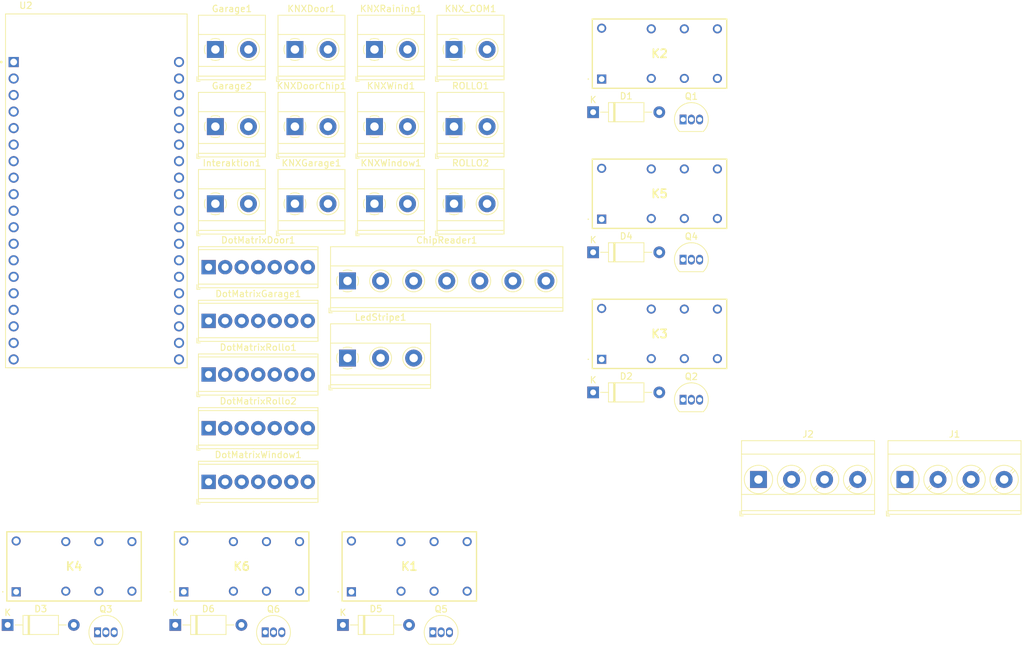
<source format=kicad_pcb>
(kicad_pcb (version 20240108) (generator "pcbnew") (generator_version "8.0")
  (layers (0 "F.Cu" signal) (31 "B.Cu" signal) (34 "B.Paste" user) (35 "F.Paste" user) (36 "B.SilkS" user "B.Silkscreen") (37 "F.SilkS" user "F.Silkscreen") (38 "B.Mask" user) (39 "F.Mask" user) (44 "Edge.Cuts" user))
  (net 0 "")
  (net 6 "Wind_Automatic")
  (net 8 "+3V3")
  (net 10 "Rain_Automatic")
  (net 15 "Rain_Manual")
  (net 23 "CC")
  (net 26 "Wind_Manual")
  (net 28 "MOSI")
  (net 30 "SCK")
  (net 33 "MISO")
  (net 38 "GND")
  (net 39 "Net-(D5-K)")
  (net 40 "+5V")
  (net 41 "Net-(D1-K)")
  (net 42 "/Relais1/Relais_OUT")
  (net 43 "/Relais1/Relais_COM")
  (net 44 "Net-(D2-K)")
  (net 45 "Net-(D3-K)")
  (net 46 "Net-(D4-K)")
  (net 47 "Net-(D6-K)")
  (net 48 "/Wind/Manuell_OFF")
  (net 49 "/Rain/Manuell_OFF")
  (net 50 "KNX_ROLLO_1_DOWN")
  (net 51 "KNX_ROLLO_1_UP")
  (net 52 "KNX_ROLLO_2_DOWN")
  (net 53 "KNX_ROLLO_2_UP")
  (net 54 "KNX_Garage")
  (net 55 "KNX_Cooling")
  (net 56 "KNX_Heating")
  (net 58 "KNX_Tür")
  (net 59 "/Relais2/Relais_COM")
  (net 60 "/Relais2/Relais_OUT")
  (net 61 "/Relais3/Relais_COM")
  (net 62 "/Relais3/Relais_OUT")
  (net 63 "/Relais4/Relais_COM")
  (net 64 "/Relais4/Relais_OUT")
  (net 65 "/Relais5/Relais_COM")
  (net 66 "/Relais5/Relais_OUT")
  (net 67 "/Relais6/Relais_OUT")
  (net 68 "/Relais6/Relais_COM")
  (net 69 "/Relais2/Relais_IN")
  (net 70 "KNXDoor")
  (net 71 "KNXDoorChip")
  (net 72 "KNXGarage")
  (net 73 "KNXRain")
  (net 74 "KNXWindow")
  (net 75 "Net-(K1-N.C._1)")
  (net 76 "Net-(K2-N.C._1)")
  (net 77 "Net-(K3-N.C._1)")
  (net 78 "Net-(K4-N.C._1)")
  (net 79 "Net-(K5-N.C._1)")
  (net 80 "Net-(K6-N.C._1)")
  (net 81 "CS_ChipReader")
  (net 82 "RST_ChipReader")
  (net 83 "CS_DotMatrixDoor")
  (net 84 "CS_DotMatrixGarage")
  (net 85 "CS_DotMatrixRollo1")
  (net 86 "CS_DotMatrixRollo2")
  (net 87 "CS_DotMatrixWindow")
  (net 88 "WS2812_OUT")
  (footprint "TerminalBlock_Phoenix:TerminalBlock_Phoenix_MPT-0,5-7-2.54_1x07_P2.54mm_Horizontal" (layer "F.Cu") (at 118.665 105.165)
    (property "Reference" "DotMatrixRollo2" (at 7.62 -4.16 0) (layer "F.SilkS"))
    (property "Value" "Screw_Terminal_01x05")
    (pad "1" thru_hole rect (at 0 0) (size 2.2 2.2) (drill 1.1) (layers "*.Cu" "*.Mask") (net 8 "+3V3"))
    (pad "2" thru_hole circle (at 2.54 0) (size 2.2 2.2) (drill 1.1) (layers "*.Cu" "*.Mask") (net 38 "GND"))
    (pad "3" thru_hole circle (at 5.08 0) (size 2.2 2.2) (drill 1.1) (layers "*.Cu" "*.Mask") (net 28 "MOSI"))
    (pad "4" thru_hole circle (at 7.62 0) (size 2.2 2.2) (drill 1.1) (layers "*.Cu" "*.Mask") (net 86 "CS_DotMatrixRollo2"))
    (pad "5" thru_hole circle (at 10.16 0) (size 2.2 2.2) (drill 1.1) (layers "*.Cu" "*.Mask") (net 30 "SCK"))
    (pad "6" thru_hole circle (at 12.7 0) (size 2.2 2.2) (drill 1.1) (layers "*.Cu" "*.Mask"))
    (pad "7" thru_hole circle (at 15.24 0) (size 2.2 2.2) (drill 1.1) (layers "*.Cu" "*.Mask"))
  )
  (footprint "ESP32-DEVKITC-32D:esp32_dev" (layer "F.Cu") (at 101.42 68.635)
    (property "Reference" "U2" (at -10.829175 -28.446045 0) (layer "F.SilkS") (effects (font (size 1.000386 1.000386))))
    (property "Value" "ESP32-DEVKITC-32D")
    (pad "J2-1" thru_hole rect (at -12.7 -19.76) (size 1.56 1.56) (drill 1.04) (layers "*.Cu" "*.Mask") (net 8 "+3V3"))
    (pad "J2-2" thru_hole circle (at -12.7 -17.22) (size 1.56 1.56) (drill 1.04) (layers "*.Cu" "*.Mask"))
    (pad "J2-3" thru_hole circle (at -12.7 -14.68) (size 1.56 1.56) (drill 1.04) (layers "*.Cu" "*.Mask"))
    (pad "J2-4" thru_hole circle (at -12.7 -12.14) (size 1.56 1.56) (drill 1.04) (layers "*.Cu" "*.Mask"))
    (pad "J2-5" thru_hole circle (at -12.7 -9.6) (size 1.56 1.56) (drill 1.04) (layers "*.Cu" "*.Mask") (net 10 "Rain_Automatic"))
    (pad "J2-6" thru_hole circle (at -12.7 -7.06) (size 1.56 1.56) (drill 1.04) (layers "*.Cu" "*.Mask") (net 15 "Rain_Manual"))
    (pad "J2-7" thru_hole circle (at -12.7 -4.52) (size 1.56 1.56) (drill 1.04) (layers "*.Cu" "*.Mask") (net 6 "Wind_Automatic"))
    (pad "J2-8" thru_hole circle (at -12.7 -1.98) (size 1.56 1.56) (drill 1.04) (layers "*.Cu" "*.Mask") (net 26 "Wind_Manual"))
    (pad "J2-9" thru_hole circle (at -12.7 0.56) (size 1.56 1.56) (drill 1.04) (layers "*.Cu" "*.Mask"))
    (pad "J2-10" thru_hole circle (at -12.7 3.1) (size 1.56 1.56) (drill 1.04) (layers "*.Cu" "*.Mask"))
    (pad "J2-11" thru_hole circle (at -12.7 5.64) (size 1.56 1.56) (drill 1.04) (layers "*.Cu" "*.Mask"))
    (pad "J2-12" thru_hole circle (at -12.7 8.18) (size 1.56 1.56) (drill 1.04) (layers "*.Cu" "*.Mask"))
    (pad "J2-13" thru_hole circle (at -12.7 10.72) (size 1.56 1.56) (drill 1.04) (layers "*.Cu" "*.Mask"))
    (pad "J2-14" thru_hole circle (at -12.7 13.26) (size 1.56 1.56) (drill 1.04) (layers "*.Cu" "*.Mask"))
    (pad "J2-15" thru_hole circle (at -12.7 15.8) (size 1.56 1.56) (drill 1.04) (layers "*.Cu" "*.Mask"))
    (pad "J2-16" thru_hole circle (at -12.7 18.34) (size 1.56 1.56) (drill 1.04) (layers "*.Cu" "*.Mask"))
    (pad "J2-17" thru_hole circle (at -12.7 20.88) (size 1.56 1.56) (drill 1.04) (layers "*.Cu" "*.Mask"))
    (pad "J2-18" thru_hole circle (at -12.7 23.42) (size 1.56 1.56) (drill 1.04) (layers "*.Cu" "*.Mask"))
    (pad "J2-19" thru_hole circle (at -12.7 25.96) (size 1.56 1.56) (drill 1.04) (layers "*.Cu" "*.Mask") (net 40 "+5V"))
    (pad "J3-1" thru_hole circle (at 12.7 -19.76) (size 1.56 1.56) (drill 1.04) (layers "*.Cu" "*.Mask"))
    (pad "J3-2" thru_hole circle (at 12.7 -17.22) (size 1.56 1.56) (drill 1.04) (layers "*.Cu" "*.Mask") (net 28 "MOSI"))
    (pad "J3-3" thru_hole circle (at 12.7 -14.68) (size 1.56 1.56) (drill 1.04) (layers "*.Cu" "*.Mask"))
    (pad "J3-4" thru_hole circle (at 12.7 -12.14) (size 1.56 1.56) (drill 1.04) (layers "*.Cu" "*.Mask"))
    (pad "J3-5" thru_hole circle (at 12.7 -9.6) (size 1.56 1.56) (drill 1.04) (layers "*.Cu" "*.Mask"))
    (pad "J3-6" thru_hole circle (at 12.7 -7.06) (size 1.56 1.56) (drill 1.04) (layers "*.Cu" "*.Mask"))
    (pad "J3-7" thru_hole circle (at 12.7 -4.52) (size 1.56 1.56) (drill 1.04) (layers "*.Cu" "*.Mask"))
    (pad "J3-8" thru_hole circle (at 12.7 -1.98) (size 1.56 1.56) (drill 1.04) (layers "*.Cu" "*.Mask") (net 33 "MISO"))
    (pad "J3-9" thru_hole circle (at 12.7 0.56) (size 1.56 1.56) (drill 1.04) (layers "*.Cu" "*.Mask") (net 30 "SCK"))
    (pad "J3-10" thru_hole circle (at 12.7 3.1) (size 1.56 1.56) (drill 1.04) (layers "*.Cu" "*.Mask") (net 23 "CC"))
    (pad "J3-11" thru_hole circle (at 12.7 5.64) (size 1.56 1.56) (drill 1.04) (layers "*.Cu" "*.Mask"))
    (pad "J3-12" thru_hole circle (at 12.7 8.18) (size 1.56 1.56) (drill 1.04) (layers "*.Cu" "*.Mask"))
    (pad "J3-13" thru_hole circle (at 12.7 10.72) (size 1.56 1.56) (drill 1.04) (layers "*.Cu" "*.Mask"))
    (pad "J3-14" thru_hole circle (at 12.7 13.26) (size 1.56 1.56) (drill 1.04) (layers "*.Cu" "*.Mask"))
    (pad "J3-15" thru_hole circle (at 12.7 15.8) (size 1.56 1.56) (drill 1.04) (layers "*.Cu" "*.Mask"))
    (pad "J3-16" thru_hole circle (at 12.7 18.34) (size 1.56 1.56) (drill 1.04) (layers "*.Cu" "*.Mask"))
    (pad "J3-17" thru_hole circle (at 12.7 20.88) (size 1.56 1.56) (drill 1.04) (layers "*.Cu" "*.Mask"))
    (pad "J3-18" thru_hole circle (at 12.7 23.42) (size 1.56 1.56) (drill 1.04) (layers "*.Cu" "*.Mask"))
    (pad "J3-19" thru_hole circle (at 12.7 25.96) (size 1.56 1.56) (drill 1.04) (layers "*.Cu" "*.Mask"))
  )
  (footprint "Package_TO_SOT_THT:TO-92_Inline" (layer "F.Cu") (at 191.555 57.715)
    (property "Reference" "Q1" (at 1.27 -3.56 0) (layer "F.SilkS"))
    (property "Value" "BC547")
    (pad "1" thru_hole rect (at 0 0) (size 1.05 1.5) (drill 0.75) (layers "*.Cu" "*.Mask") (net 40 "+5V"))
    (pad "2" thru_hole oval (at 1.27 0) (size 1.05 1.5) (drill 0.75) (layers "*.Cu" "*.Mask") (net 69 "/Relais2/Relais_IN"))
    (pad "3" thru_hole oval (at 2.54 0) (size 1.05 1.5) (drill 0.75) (layers "*.Cu" "*.Mask") (net 41 "Net-(D1-K)"))
  )
  (footprint "TerminalBlock_Phoenix:TerminalBlock_Phoenix_MPT-0,5-7-2.54_1x07_P2.54mm_Horizontal" (layer "F.Cu") (at 118.665 88.665)
    (property "Reference" "DotMatrixGarage1" (at 7.62 -4.16 0) (layer "F.SilkS"))
    (property "Value" "Screw_Terminal_01x05")
    (pad "1" thru_hole rect (at 0 0) (size 2.2 2.2) (drill 1.1) (layers "*.Cu" "*.Mask") (net 8 "+3V3"))
    (pad "2" thru_hole circle (at 2.54 0) (size 2.2 2.2) (drill 1.1) (layers "*.Cu" "*.Mask") (net 38 "GND"))
    (pad "3" thru_hole circle (at 5.08 0) (size 2.2 2.2) (drill 1.1) (layers "*.Cu" "*.Mask") (net 28 "MOSI"))
    (pad "4" thru_hole circle (at 7.62 0) (size 2.2 2.2) (drill 1.1) (layers "*.Cu" "*.Mask") (net 84 "CS_DotMatrixGarage"))
    (pad "5" thru_hole circle (at 10.16 0) (size 2.2 2.2) (drill 1.1) (layers "*.Cu" "*.Mask") (net 30 "SCK"))
    (pad "6" thru_hole circle (at 12.7 0) (size 2.2 2.2) (drill 1.1) (layers "*.Cu" "*.Mask"))
    (pad "7" thru_hole circle (at 15.24 0) (size 2.2 2.2) (drill 1.1) (layers "*.Cu" "*.Mask"))
  )
  (footprint "BOH_KNX:DSBT2SDC24V" (layer "F.Cu") (at 179.045 94.575)
    (property "Reference" "K3" (at 8.89 -3.91 0) (layer "F.SilkS") (effects (font (size 1.27 1.27) (thickness 0.254))))
    (property "Value" "DSBT2-S-DC24V" (hide yes))
    (pad "1" thru_hole rect (at 0 0) (size 1.4 1.4) (drill 0.9) (layers "*.Cu" "*.Mask") (net 44 "Net-(D2-K)"))
    (pad "4" thru_hole circle (at 7.62 -0.1) (size 1.4 1.4) (drill 0.9) (layers "*.Cu" "*.Mask") (net 61 "/Relais3/Relais_COM"))
    (pad "6" thru_hole circle (at 12.7 -0.1) (size 1.4 1.4) (drill 0.9) (layers "*.Cu" "*.Mask") (net 77 "Net-(K3-N.C._1)"))
    (pad "8" thru_hole circle (at 17.78 -0.1) (size 1.4 1.4) (drill 0.9) (layers "*.Cu" "*.Mask") (net 62 "/Relais3/Relais_OUT"))
    (pad "9" thru_hole circle (at 17.78 -7.72) (size 1.4 1.4) (drill 0.9) (layers "*.Cu" "*.Mask") (net 62 "/Relais3/Relais_OUT"))
    (pad "11" thru_hole circle (at 12.7 -7.72) (size 1.4 1.4) (drill 0.9) (layers "*.Cu" "*.Mask") (net 77 "Net-(K3-N.C._1)"))
    (pad "13" thru_hole circle (at 7.62 -7.72) (size 1.4 1.4) (drill 0.9) (layers "*.Cu" "*.Mask") (net 61 "/Relais3/Relais_COM"))
    (pad "16" thru_hole circle (at 0 -7.82) (size 1.4 1.4) (drill 0.9) (layers "*.Cu" "*.Mask") (net 38 "GND"))
  )
  (footprint "TerminalBlock_Phoenix:TerminalBlock_Phoenix_MKDS-1,5-2-5.08_1x02_P5.08mm_Horizontal" (layer "F.Cu") (at 156.365 70.665)
    (property "Reference" "ROLLO2" (at 2.54 -6.26 0) (layer "F.SilkS"))
    (property "Value" "Screw_Terminal_01x02")
    (pad "1" thru_hole rect (at 0 0) (size 2.6 2.6) (drill 1.3) (layers "*.Cu" "*.Mask") (net 53 "KNX_ROLLO_2_UP"))
    (pad "2" thru_hole circle (at 5.08 0) (size 2.6 2.6) (drill 1.3) (layers "*.Cu" "*.Mask") (net 52 "KNX_ROLLO_2_DOWN"))
  )
  (footprint "TerminalBlock_Phoenix:TerminalBlock_Phoenix_MKDS-1,5-2-5.08_1x02_P5.08mm_Horizontal" (layer "F.Cu") (at 119.705 58.805)
    (property "Reference" "Garage2" (at 2.54 -6.26 0) (layer "F.SilkS"))
    (property "Value" "Screw_Terminal_01x02")
    (pad "1" thru_hole rect (at 0 0) (size 2.6 2.6) (drill 1.3) (layers "*.Cu" "*.Mask") (net 58 "KNX_Tür"))
    (pad "2" thru_hole circle (at 5.08 0) (size 2.6 2.6) (drill 1.3) (layers "*.Cu" "*.Mask"))
  )
  (footprint "Diode_THT:D_A-405_P10.16mm_Horizontal" (layer "F.Cu") (at 87.795 135.415)
    (property "Reference" "D3" (at 5.08 -2.47 0) (layer "F.SilkS"))
    (property "Value" "D")
    (fp_text user "K" (at 0 -1.9 0) (layer "F.SilkS"))
    (pad "1" thru_hole rect (at 0 0) (size 1.8 1.8) (drill 0.9) (layers "*.Cu" "*.Mask") (net 45 "Net-(D3-K)"))
    (pad "2" thru_hole oval (at 10.16 0) (size 1.8 1.8) (drill 0.9) (layers "*.Cu" "*.Mask") (net 38 "GND"))
  )
  (footprint "Diode_THT:D_A-405_P10.16mm_Horizontal" (layer "F.Cu") (at 177.735 56.585)
    (property "Reference" "D1" (at 5.08 -2.47 0) (layer "F.SilkS"))
    (property "Value" "D")
    (fp_text user "K" (at 0 -1.9 0) (layer "F.SilkS"))
    (pad "1" thru_hole rect (at 0 0) (size 1.8 1.8) (drill 0.9) (layers "*.Cu" "*.Mask") (net 41 "Net-(D1-K)"))
    (pad "2" thru_hole oval (at 10.16 0) (size 1.8 1.8) (drill 0.9) (layers "*.Cu" "*.Mask") (net 38 "GND"))
  )
  (footprint "Package_TO_SOT_THT:TO-92_Inline" (layer "F.Cu") (at 191.555 100.795)
    (property "Reference" "Q2" (at 1.27 -3.56 0) (layer "F.SilkS"))
    (property "Value" "BC547")
    (pad "1" thru_hole rect (at 0 0) (size 1.05 1.5) (drill 0.75) (layers "*.Cu" "*.Mask") (net 40 "+5V"))
    (pad "2" thru_hole oval (at 1.27 0) (size 1.05 1.5) (drill 0.75) (layers "*.Cu" "*.Mask") (net 70 "KNXDoor"))
    (pad "3" thru_hole oval (at 2.54 0) (size 1.05 1.5) (drill 0.75) (layers "*.Cu" "*.Mask") (net 44 "Net-(D2-K)"))
  )
  (footprint "BOH_KNX:DSBT2SDC24V" (layer "F.Cu") (at 179.045 73.035)
    (property "Reference" "K5" (at 8.89 -3.91 0) (layer "F.SilkS") (effects (font (size 1.27 1.27) (thickness 0.254))))
    (property "Value" "DSBT2-S-DC24V" (hide yes))
    (pad "1" thru_hole rect (at 0 0) (size 1.4 1.4) (drill 0.9) (layers "*.Cu" "*.Mask") (net 46 "Net-(D4-K)"))
    (pad "4" thru_hole circle (at 7.62 -0.1) (size 1.4 1.4) (drill 0.9) (layers "*.Cu" "*.Mask") (net 65 "/Relais5/Relais_COM"))
    (pad "6" thru_hole circle (at 12.7 -0.1) (size 1.4 1.4) (drill 0.9) (layers "*.Cu" "*.Mask") (net 79 "Net-(K5-N.C._1)"))
    (pad "8" thru_hole circle (at 17.78 -0.1) (size 1.4 1.4) (drill 0.9) (layers "*.Cu" "*.Mask") (net 66 "/Relais5/Relais_OUT"))
    (pad "9" thru_hole circle (at 17.78 -7.72) (size 1.4 1.4) (drill 0.9) (layers "*.Cu" "*.Mask") (net 66 "/Relais5/Relais_OUT"))
    (pad "11" thru_hole circle (at 12.7 -7.72) (size 1.4 1.4) (drill 0.9) (layers "*.Cu" "*.Mask") (net 79 "Net-(K5-N.C._1)"))
    (pad "13" thru_hole circle (at 7.62 -7.72) (size 1.4 1.4) (drill 0.9) (layers "*.Cu" "*.Mask") (net 65 "/Relais5/Relais_COM"))
    (pad "16" thru_hole circle (at 0 -7.82) (size 1.4 1.4) (drill 0.9) (layers "*.Cu" "*.Mask") (net 38 "GND"))
  )
  (footprint "Diode_THT:D_A-405_P10.16mm_Horizontal" (layer "F.Cu") (at 177.735 78.125)
    (property "Reference" "D4" (at 5.08 -2.47 0) (layer "F.SilkS"))
    (property "Value" "D")
    (fp_text user "K" (at 0 -1.9 0) (layer "F.SilkS"))
    (pad "1" thru_hole rect (at 0 0) (size 1.8 1.8) (drill 0.9) (layers "*.Cu" "*.Mask") (net 46 "Net-(D4-K)"))
    (pad "2" thru_hole oval (at 10.16 0) (size 1.8 1.8) (drill 0.9) (layers "*.Cu" "*.Mask") (net 38 "GND"))
  )
  (footprint "Package_TO_SOT_THT:TO-92_Inline" (layer "F.Cu") (at 101.615 136.545)
    (property "Reference" "Q3" (at 1.27 -3.56 0) (layer "F.SilkS"))
    (property "Value" "BC547")
    (pad "1" thru_hole rect (at 0 0) (size 1.05 1.5) (drill 0.75) (layers "*.Cu" "*.Mask") (net 40 "+5V"))
    (pad "2" thru_hole oval (at 1.27 0) (size 1.05 1.5) (drill 0.75) (layers "*.Cu" "*.Mask") (net 71 "KNXDoorChip"))
    (pad "3" thru_hole oval (at 2.54 0) (size 1.05 1.5) (drill 0.75) (layers "*.Cu" "*.Mask") (net 45 "Net-(D3-K)"))
  )
  (footprint "TerminalBlock_Phoenix:TerminalBlock_Phoenix_MPT-0,5-7-2.54_1x07_P2.54mm_Horizontal" (layer "F.Cu") (at 118.665 113.415)
    (property "Reference" "DotMatrixWindow1" (at 7.62 -4.16 0) (layer "F.SilkS"))
    (property "Value" "Screw_Terminal_01x05")
    (pad "1" thru_hole rect (at 0 0) (size 2.2 2.2) (drill 1.1) (layers "*.Cu" "*.Mask") (net 8 "+3V3"))
    (pad "2" thru_hole circle (at 2.54 0) (size 2.2 2.2) (drill 1.1) (layers "*.Cu" "*.Mask") (net 38 "GND"))
    (pad "3" thru_hole circle (at 5.08 0) (size 2.2 2.2) (drill 1.1) (layers "*.Cu" "*.Mask") (net 28 "MOSI"))
    (pad "4" thru_hole circle (at 7.62 0) (size 2.2 2.2) (drill 1.1) (layers "*.Cu" "*.Mask") (net 87 "CS_DotMatrixWindow"))
    (pad "5" thru_hole circle (at 10.16 0) (size 2.2 2.2) (drill 1.1) (layers "*.Cu" "*.Mask") (net 30 "SCK"))
    (pad "6" thru_hole circle (at 12.7 0) (size 2.2 2.2) (drill 1.1) (layers "*.Cu" "*.Mask"))
    (pad "7" thru_hole circle (at 15.24 0) (size 2.2 2.2) (drill 1.1) (layers "*.Cu" "*.Mask"))
  )
  (footprint "TerminalBlock_Phoenix:TerminalBlock_Phoenix_MKDS-1,5-2-5.08_1x02_P5.08mm_Horizontal" (layer "F.Cu") (at 156.365 58.805)
    (property "Reference" "ROLLO1" (at 2.54 -6.26 0) (layer "F.SilkS"))
    (property "Value" "Screw_Terminal_01x02")
    (pad "1" thru_hole rect (at 0 0) (size 2.6 2.6) (drill 1.3) (layers "*.Cu" "*.Mask") (net 51 "KNX_ROLLO_1_UP"))
    (pad "2" thru_hole circle (at 5.08 0) (size 2.6 2.6) (drill 1.3) (layers "*.Cu" "*.Mask") (net 50 "KNX_ROLLO_1_DOWN"))
  )
  (footprint "TerminalBlock_Phoenix:TerminalBlock_Phoenix_MPT-0,5-7-2.54_1x07_P2.54mm_Horizontal" (layer "F.Cu") (at 118.665 80.415)
    (property "Reference" "DotMatrixDoor1" (at 7.62 -4.16 0) (layer "F.SilkS"))
    (property "Value" "Screw_Terminal_01x05")
    (pad "1" thru_hole rect (at 0 0) (size 2.2 2.2) (drill 1.1) (layers "*.Cu" "*.Mask") (net 8 "+3V3"))
    (pad "2" thru_hole circle (at 2.54 0) (size 2.2 2.2) (drill 1.1) (layers "*.Cu" "*.Mask") (net 38 "GND"))
    (pad "3" thru_hole circle (at 5.08 0) (size 2.2 2.2) (drill 1.1) (layers "*.Cu" "*.Mask") (net 28 "MOSI"))
    (pad "4" thru_hole circle (at 7.62 0) (size 2.2 2.2) (drill 1.1) (layers "*.Cu" "*.Mask") (net 83 "CS_DotMatrixDoor"))
    (pad "5" thru_hole circle (at 10.16 0) (size 2.2 2.2) (drill 1.1) (layers "*.Cu" "*.Mask") (net 30 "SCK"))
    (pad "6" thru_hole circle (at 12.7 0) (size 2.2 2.2) (drill 1.1) (layers "*.Cu" "*.Mask"))
    (pad "7" thru_hole circle (at 15.24 0) (size 2.2 2.2) (drill 1.1) (layers "*.Cu" "*.Mask"))
  )
  (footprint "TerminalBlock_Phoenix:TerminalBlock_Phoenix_MPT-0,5-7-2.54_1x07_P2.54mm_Horizontal" (layer "F.Cu") (at 118.665 96.915)
    (property "Reference" "DotMatrixRollo1" (at 7.62 -4.16 0) (layer "F.SilkS"))
    (property "Value" "Screw_Terminal_01x05")
    (pad "1" thru_hole rect (at 0 0) (size 2.2 2.2) (drill 1.1) (layers "*.Cu" "*.Mask") (net 8 "+3V3"))
    (pad "2" thru_hole circle (at 2.54 0) (size 2.2 2.2) (drill 1.1) (layers "*.Cu" "*.Mask") (net 38 "GND"))
    (pad "3" thru_hole circle (at 5.08 0) (size 2.2 2.2) (drill 1.1) (layers "*.Cu" "*.Mask") (net 28 "MOSI"))
    (pad "4" thru_hole circle (at 7.62 0) (size 2.2 2.2) (drill 1.1) (layers "*.Cu" "*.Mask") (net 85 "CS_DotMatrixRollo1"))
    (pad "5" thru_hole circle (at 10.16 0) (size 2.2 2.2) (drill 1.1) (layers "*.Cu" "*.Mask") (net 30 "SCK"))
    (pad "6" thru_hole circle (at 12.7 0) (size 2.2 2.2) (drill 1.1) (layers "*.Cu" "*.Mask"))
    (pad "7" thru_hole circle (at 15.24 0) (size 2.2 2.2) (drill 1.1) (layers "*.Cu" "*.Mask"))
  )
  (footprint "TerminalBlock_Phoenix:TerminalBlock_Phoenix_MKDS-1,5-2-5.08_1x02_P5.08mm_Horizontal" (layer "F.Cu") (at 119.705 46.945)
    (property "Reference" "Garage1" (at 2.54 -6.26 0) (layer "F.SilkS"))
    (property "Value" "Screw_Terminal_01x02")
    (pad "1" thru_hole rect (at 0 0) (size 2.6 2.6) (drill 1.3) (layers "*.Cu" "*.Mask") (net 54 "KNX_Garage"))
    (pad "2" thru_hole circle (at 5.08 0) (size 2.6 2.6) (drill 1.3) (layers "*.Cu" "*.Mask") (net 54 "KNX_Garage"))
  )
  (footprint "BOH_KNX:DSBT2SDC24V" (layer "F.Cu") (at 89.105 130.325)
    (property "Reference" "K4" (at 8.89 -3.91 0) (layer "F.SilkS") (effects (font (size 1.27 1.27) (thickness 0.254))))
    (property "Value" "DSBT2-S-DC24V" (hide yes))
    (pad "1" thru_hole rect (at 0 0) (size 1.4 1.4) (drill 0.9) (layers "*.Cu" "*.Mask") (net 45 "Net-(D3-K)"))
    (pad "4" thru_hole circle (at 7.62 -0.1) (size 1.4 1.4) (drill 0.9) (layers "*.Cu" "*.Mask") (net 63 "/Relais4/Relais_COM"))
    (pad "6" thru_hole circle (at 12.7 -0.1) (size 1.4 1.4) (drill 0.9) (layers "*.Cu" "*.Mask") (net 78 "Net-(K4-N.C._1)"))
    (pad "8" thru_hole circle (at 17.78 -0.1) (size 1.4 1.4) (drill 0.9) (layers "*.Cu" "*.Mask") (net 64 "/Relais4/Relais_OUT"))
    (pad "9" thru_hole circle (at 17.78 -7.72) (size 1.4 1.4) (drill 0.9) (layers "*.Cu" "*.Mask") (net 64 "/Relais4/Relais_OUT"))
    (pad "11" thru_hole circle (at 12.7 -7.72) (size 1.4 1.4) (drill 0.9) (layers "*.Cu" "*.Mask") (net 78 "Net-(K4-N.C._1)"))
    (pad "13" thru_hole circle (at 7.62 -7.72) (size 1.4 1.4) (drill 0.9) (layers "*.Cu" "*.Mask") (net 63 "/Relais4/Relais_COM"))
    (pad "16" thru_hole circle (at 0 -7.82) (size 1.4 1.4) (drill 0.9) (layers "*.Cu" "*.Mask") (net 38 "GND"))
  )
  (footprint "TerminalBlock_Phoenix:TerminalBlock_Phoenix_MKDS-1,5-2-5.08_1x02_P5.08mm_Horizontal" (layer "F.Cu") (at 131.925 70.665)
    (property "Reference" "KNXGarage1" (at 2.54 -6.26 0) (layer "F.SilkS"))
    (property "Value" "Screw_Terminal_01x02")
    (pad "1" thru_hole rect (at 0 0) (size 2.6 2.6) (drill 1.3) (layers "*.Cu" "*.Mask") (net 66 "/Relais5/Relais_OUT"))
    (pad "2" thru_hole circle (at 5.08 0) (size 2.6 2.6) (drill 1.3) (layers "*.Cu" "*.Mask") (net 65 "/Relais5/Relais_COM"))
  )
  (footprint "TerminalBlock_Phoenix:TerminalBlock_Phoenix_MKDS-1,5-2-5.08_1x02_P5.08mm_Horizontal" (layer "F.Cu") (at 144.145 58.805)
    (property "Reference" "KNXWind1" (at 2.54 -6.26 0) (layer "F.SilkS"))
    (property "Value" "Screw_Terminal_01x02")
    (pad "1" thru_hole rect (at 0 0) (size 2.6 2.6) (drill 1.3) (layers "*.Cu" "*.Mask") (net 60 "/Relais2/Relais_OUT"))
    (pad "2" thru_hole circle (at 5.08 0) (size 2.6 2.6) (drill 1.3) (layers "*.Cu" "*.Mask") (net 59 "/Relais2/Relais_COM"))
  )
  (footprint "Diode_THT:D_A-405_P10.16mm_Horizontal" (layer "F.Cu") (at 139.295 135.415)
    (property "Reference" "D5" (at 5.08 -2.47 0) (layer "F.SilkS"))
    (property "Value" "D")
    (fp_text user "K" (at 0 -1.9 0) (layer "F.SilkS"))
    (pad "1" thru_hole rect (at 0 0) (size 1.8 1.8) (drill 0.9) (layers "*.Cu" "*.Mask") (net 39 "Net-(D5-K)"))
    (pad "2" thru_hole oval (at 10.16 0) (size 1.8 1.8) (drill 0.9) (layers "*.Cu" "*.Mask") (net 38 "GND"))
  )
  (footprint "TerminalBlock_Phoenix:TerminalBlock_Phoenix_MKDS-1,5-2-5.08_1x02_P5.08mm_Horizontal" (layer "F.Cu") (at 156.365 46.945)
    (property "Reference" "KNX_COM1" (at 2.54 -6.26 0) (layer "F.SilkS"))
    (property "Value" "Screw_Terminal_01x02")
    (pad "1" thru_hole rect (at 0 0) (size 2.6 2.6) (drill 1.3) (layers "*.Cu" "*.Mask") (net 38 "GND"))
    (pad "2" thru_hole circle (at 5.08 0) (size 2.6 2.6) (drill 1.3) (layers "*.Cu" "*.Mask") (net 38 "GND"))
  )
  (footprint "TerminalBlock_Phoenix:TerminalBlock_Phoenix_MKDS-1,5-2-5.08_1x02_P5.08mm_Horizontal" (layer "F.Cu") (at 131.925 46.945)
    (property "Reference" "KNXDoor1" (at 2.54 -6.26 0) (layer "F.SilkS"))
    (property "Value" "Screw_Terminal_01x02")
    (pad "1" thru_hole rect (at 0 0) (size 2.6 2.6) (drill 1.3) (layers "*.Cu" "*.Mask") (net 62 "/Relais3/Relais_OUT"))
    (pad "2" thru_hole circle (at 5.08 0) (size 2.6 2.6) (drill 1.3) (layers "*.Cu" "*.Mask") (net 61 "/Relais3/Relais_COM"))
  )
  (footprint "Diode_THT:D_A-405_P10.16mm_Horizontal" (layer "F.Cu") (at 113.545 135.415)
    (property "Reference" "D6" (at 5.08 -2.47 0) (layer "F.SilkS"))
    (property "Value" "D")
    (fp_text user "K" (at 0 -1.9 0) (layer "F.SilkS"))
    (pad "1" thru_hole rect (at 0 0) (size 1.8 1.8) (drill 0.9) (layers "*.Cu" "*.Mask") (net 47 "Net-(D6-K)"))
    (pad "2" thru_hole oval (at 10.16 0) (size 1.8 1.8) (drill 0.9) (layers "*.Cu" "*.Mask") (net 38 "GND"))
  )
  (footprint "Package_TO_SOT_THT:TO-92_Inline" (layer "F.Cu") (at 191.555 79.255)
    (property "Reference" "Q4" (at 1.27 -3.56 0) (layer "F.SilkS"))
    (property "Value" "BC547")
    (pad "1" thru_hole rect (at 0 0) (size 1.05 1.5) (drill 0.75) (layers "*.Cu" "*.Mask") (net 40 "+5V"))
    (pad "2" thru_hole oval (at 1.27 0) (size 1.05 1.5) (drill 0.75) (layers "*.Cu" "*.Mask") (net 72 "KNXGarage"))
    (pad "3" thru_hole oval (at 2.54 0) (size 1.05 1.5) (drill 0.75) (layers "*.Cu" "*.Mask") (net 46 "Net-(D4-K)"))
  )
  (footprint "Diode_THT:D_A-405_P10.16mm_Horizontal" (layer "F.Cu") (at 177.735 99.665)
    (property "Reference" "D2" (at 5.08 -2.47 0) (layer "F.SilkS"))
    (property "Value" "D")
    (fp_text user "K" (at 0 -1.9 0) (layer "F.SilkS"))
    (pad "1" thru_hole rect (at 0 0) (size 1.8 1.8) (drill 0.9) (layers "*.Cu" "*.Mask") (net 44 "Net-(D2-K)"))
    (pad "2" thru_hole oval (at 10.16 0) (size 1.8 1.8) (drill 0.9) (layers "*.Cu" "*.Mask") (net 38 "GND"))
  )
  (footprint "Package_TO_SOT_THT:TO-92_Inline" (layer "F.Cu") (at 153.115 136.545)
    (property "Reference" "Q5" (at 1.27 -3.56 0) (layer "F.SilkS"))
    (property "Value" "BC547")
    (pad "1" thru_hole rect (at 0 0) (size 1.05 1.5) (drill 0.75) (layers "*.Cu" "*.Mask") (net 40 "+5V"))
    (pad "2" thru_hole oval (at 1.27 0) (size 1.05 1.5) (drill 0.75) (layers "*.Cu" "*.Mask") (net 73 "KNXRain"))
    (pad "3" thru_hole oval (at 2.54 0) (size 1.05 1.5) (drill 0.75) (layers "*.Cu" "*.Mask") (net 39 "Net-(D5-K)"))
  )
  (footprint "TerminalBlock_Phoenix:TerminalBlock_Phoenix_MKDS-1,5-7-5.08_1x07_P5.08mm_Horizontal" (layer "F.Cu") (at 140.005 82.525)
    (property "Reference" "ChipReader1" (at 15.24 -6.26 0) (layer "F.SilkS"))
    (property "Value" "Screw_Terminal_01x07")
    (pad "1" thru_hole rect (at 0 0) (size 2.6 2.6) (drill 1.3) (layers "*.Cu" "*.Mask") (net 40 "+5V"))
    (pad "2" thru_hole circle (at 5.08 0) (size 2.6 2.6) (drill 1.3) (layers "*.Cu" "*.Mask") (net 82 "RST_ChipReader"))
    (pad "3" thru_hole circle (at 10.16 0) (size 2.6 2.6) (drill 1.3) (layers "*.Cu" "*.Mask") (net 38 "GND"))
    (pad "4" thru_hole circle (at 15.24 0) (size 2.6 2.6) (drill 1.3) (layers "*.Cu" "*.Mask") (net 33 "MISO"))
    (pad "5" thru_hole circle (at 20.32 0) (size 2.6 2.6) (drill 1.3) (layers "*.Cu" "*.Mask") (net 28 "MOSI"))
    (pad "6" thru_hole circle (at 25.4 0) (size 2.6 2.6) (drill 1.3) (layers "*.Cu" "*.Mask") (net 30 "SCK"))
    (pad "7" thru_hole circle (at 30.48 0) (size 2.6 2.6) (drill 1.3) (layers "*.Cu" "*.Mask") (net 81 "CS_ChipReader"))
  )
  (footprint "TerminalBlock_Phoenix:TerminalBlock_Phoenix_MKDS-1,5-2-5.08_1x02_P5.08mm_Horizontal" (layer "F.Cu") (at 144.145 46.945)
    (property "Reference" "KNXRaining1" (at 2.54 -6.26 0) (layer "F.SilkS"))
    (property "Value" "Screw_Terminal_01x02")
    (pad "1" thru_hole rect (at 0 0) (size 2.6 2.6) (drill 1.3) (layers "*.Cu" "*.Mask") (net 42 "/Relais1/Relais_OUT"))
    (pad "2" thru_hole circle (at 5.08 0) (size 2.6 2.6) (drill 1.3) (layers "*.Cu" "*.Mask") (net 43 "/Relais1/Relais_COM"))
  )
  (footprint "TerminalBlock_Phoenix:TerminalBlock_Phoenix_MKDS-1,5-2-5.08_1x02_P5.08mm_Horizontal" (layer "F.Cu") (at 144.145 70.665)
    (property "Reference" "KNXWindow1" (at 2.54 -6.26 0) (layer "F.SilkS"))
    (property "Value" "Screw_Terminal_01x02")
    (pad "1" thru_hole rect (at 0 0) (size 2.6 2.6) (drill 1.3) (layers "*.Cu" "*.Mask") (net 67 "/Relais6/Relais_OUT"))
    (pad "2" thru_hole circle (at 5.08 0) (size 2.6 2.6) (drill 1.3) (layers "*.Cu" "*.Mask") (net 68 "/Relais6/Relais_COM"))
  )
  (footprint "TerminalBlock_Phoenix:TerminalBlock_Phoenix_MKDS-1,5-3-5.08_1x03_P5.08mm_Horizontal" (layer "F.Cu") (at 140.005 94.385)
    (property "Reference" "LedStripe1" (at 5.08 -6.26 0) (layer "F.SilkS"))
    (property "Value" "Screw_Terminal_01x03")
    (pad "1" thru_hole rect (at 0 0) (size 2.6 2.6) (drill 1.3) (layers "*.Cu" "*.Mask") (net 40 "+5V"))
    (pad "2" thru_hole circle (at 5.08 0) (size 2.6 2.6) (drill 1.3) (layers "*.Cu" "*.Mask") (net 88 "WS2812_OUT"))
    (pad "3" thru_hole circle (at 10.16 0) (size 2.6 2.6) (drill 1.3) (layers "*.Cu" "*.Mask") (net 38 "GND"))
  )
  (footprint "Package_TO_SOT_THT:TO-92_Inline" (layer "F.Cu") (at 127.365 136.545)
    (property "Reference" "Q6" (at 1.27 -3.56 0) (layer "F.SilkS"))
    (property "Value" "BC547")
    (pad "1" thru_hole rect (at 0 0) (size 1.05 1.5) (drill 0.75) (layers "*.Cu" "*.Mask") (net 40 "+5V"))
    (pad "2" thru_hole oval (at 1.27 0) (size 1.05 1.5) (drill 0.75) (layers "*.Cu" "*.Mask") (net 74 "KNXWindow"))
    (pad "3" thru_hole oval (at 2.54 0) (size 1.05 1.5) (drill 0.75) (layers "*.Cu" "*.Mask") (net 47 "Net-(D6-K)"))
  )
  (footprint "BOH_KNX:DSBT2SDC24V" (layer "F.Cu") (at 140.605 130.325)
    (property "Reference" "K1" (at 8.89 -3.91 0) (layer "F.SilkS") (effects (font (size 1.27 1.27) (thickness 0.254))))
    (property "Value" "DSBT2-S-DC24V" (hide yes))
    (pad "1" thru_hole rect (at 0 0) (size 1.4 1.4) (drill 0.9) (layers "*.Cu" "*.Mask") (net 39 "Net-(D5-K)"))
    (pad "4" thru_hole circle (at 7.62 -0.1) (size 1.4 1.4) (drill 0.9) (layers "*.Cu" "*.Mask") (net 43 "/Relais1/Relais_COM"))
    (pad "6" thru_hole circle (at 12.7 -0.1) (size 1.4 1.4) (drill 0.9) (layers "*.Cu" "*.Mask") (net 75 "Net-(K1-N.C._1)"))
    (pad "8" thru_hole circle (at 17.78 -0.1) (size 1.4 1.4) (drill 0.9) (layers "*.Cu" "*.Mask") (net 42 "/Relais1/Relais_OUT"))
    (pad "9" thru_hole circle (at 17.78 -7.72) (size 1.4 1.4) (drill 0.9) (layers "*.Cu" "*.Mask") (net 42 "/Relais1/Relais_OUT"))
    (pad "11" thru_hole circle (at 12.7 -7.72) (size 1.4 1.4) (drill 0.9) (layers "*.Cu" "*.Mask") (net 75 "Net-(K1-N.C._1)"))
    (pad "13" thru_hole circle (at 7.62 -7.72) (size 1.4 1.4) (drill 0.9) (layers "*.Cu" "*.Mask") (net 43 "/Relais1/Relais_COM"))
    (pad "16" thru_hole circle (at 0 -7.82) (size 1.4 1.4) (drill 0.9) (layers "*.Cu" "*.Mask") (net 38 "GND"))
  )
  (footprint "TerminalBlock_Phoenix:TerminalBlock_Phoenix_MKDS-1,5-2-5.08_1x02_P5.08mm_Horizontal" (layer "F.Cu") (at 119.705 70.665)
    (property "Reference" "Interaktion1" (at 2.54 -6.26 0) (layer "F.SilkS"))
    (property "Value" "Screw_Terminal_01x02")
    (pad "1" thru_hole rect (at 0 0) (size 2.6 2.6) (drill 1.3) (layers "*.Cu" "*.Mask") (net 56 "KNX_Heating"))
    (pad "2" thru_hole circle (at 5.08 0) (size 2.6 2.6) (drill 1.3) (layers "*.Cu" "*.Mask") (net 55 "KNX_Cooling"))
  )
  (footprint "BOH_KNX:DSBT2SDC24V" (layer "F.Cu") (at 179.045 51.495)
    (property "Reference" "K2" (at 8.89 -3.91 0) (layer "F.SilkS") (effects (font (size 1.27 1.27) (thickness 0.254))))
    (property "Value" "DSBT2-S-DC24V" (hide yes))
    (pad "1" thru_hole rect (at 0 0) (size 1.4 1.4) (drill 0.9) (layers "*.Cu" "*.Mask") (net 41 "Net-(D1-K)"))
    (pad "4" thru_hole circle (at 7.62 -0.1) (size 1.4 1.4) (drill 0.9) (layers "*.Cu" "*.Mask") (net 59 "/Relais2/Relais_COM"))
    (pad "6" thru_hole circle (at 12.7 -0.1) (size 1.4 1.4) (drill 0.9) (layers "*.Cu" "*.Mask") (net 76 "Net-(K2-N.C._1)"))
    (pad "8" thru_hole circle (at 17.78 -0.1) (size 1.4 1.4) (drill 0.9) (layers "*.Cu" "*.Mask") (net 60 "/Relais2/Relais_OUT"))
    (pad "9" thru_hole circle (at 17.78 -7.72) (size 1.4 1.4) (drill 0.9) (layers "*.Cu" "*.Mask") (net 60 "/Relais2/Relais_OUT"))
    (pad "11" thru_hole circle (at 12.7 -7.72) (size 1.4 1.4) (drill 0.9) (layers "*.Cu" "*.Mask") (net 76 "Net-(K2-N.C._1)"))
    (pad "13" thru_hole circle (at 7.62 -7.72) (size 1.4 1.4) (drill 0.9) (layers "*.Cu" "*.Mask") (net 59 "/Relais2/Relais_COM"))
    (pad "16" thru_hole circle (at 0 -7.82) (size 1.4 1.4) (drill 0.9) (layers "*.Cu" "*.Mask") (net 38 "GND"))
  )
  (footprint "TerminalBlock_Phoenix:TerminalBlock_Phoenix_MKDS-3-4-5.08_1x04_P5.08mm_Horizontal" (layer "F.Cu") (at 203.13 113.05)
    (property "Reference" "J2" (at 7.62 -6.96 0) (layer "F.SilkS"))
    (property "Value" "Conn_01x04_Pin")
    (pad "1" thru_hole rect (at 0 0) (size 2.6 2.6) (drill 1.3) (layers "*.Cu" "*.Mask") (net 6 "Wind_Automatic"))
    (pad "2" thru_hole circle (at 5.08 0) (size 2.6 2.6) (drill 1.3) (layers "*.Cu" "*.Mask") (net 48 "/Wind/Manuell_OFF"))
    (pad "3" thru_hole circle (at 10.16 0) (size 2.6 2.6) (drill 1.3) (layers "*.Cu" "*.Mask") (net 26 "Wind_Manual"))
    (pad "4" thru_hole circle (at 15.24 0) (size 2.6 2.6) (drill 1.3) (layers "*.Cu" "*.Mask") (net 38 "GND"))
  )
  (footprint "TerminalBlock_Phoenix:TerminalBlock_Phoenix_MKDS-1,5-2-5.08_1x02_P5.08mm_Horizontal" (layer "F.Cu") (at 131.925 58.805)
    (property "Reference" "KNXDoorChip1" (at 2.54 -6.26 0) (layer "F.SilkS"))
    (property "Value" "Screw_Terminal_01x02")
    (pad "1" thru_hole rect (at 0 0) (size 2.6 2.6) (drill 1.3) (layers "*.Cu" "*.Mask") (net 64 "/Relais4/Relais_OUT"))
    (pad "2" thru_hole circle (at 5.08 0) (size 2.6 2.6) (drill 1.3) (layers "*.Cu" "*.Mask") (net 63 "/Relais4/Relais_COM"))
  )
  (footprint "BOH_KNX:DSBT2SDC24V" (layer "F.Cu") (at 114.855 130.325)
    (property "Reference" "K6" (at 8.89 -3.91 0) (layer "F.SilkS") (effects (font (size 1.27 1.27) (thickness 0.254))))
    (property "Value" "DSBT2-S-DC24V" (hide yes))
    (pad "1" thru_hole rect (at 0 0) (size 1.4 1.4) (drill 0.9) (layers "*.Cu" "*.Mask") (net 47 "Net-(D6-K)"))
    (pad "4" thru_hole circle (at 7.62 -0.1) (size 1.4 1.4) (drill 0.9) (layers "*.Cu" "*.Mask") (net 68 "/Relais6/Relais_COM"))
    (pad "6" thru_hole circle (at 12.7 -0.1) (size 1.4 1.4) (drill 0.9) (layers "*.Cu" "*.Mask") (net 80 "Net-(K6-N.C._1)"))
    (pad "8" thru_hole circle (at 17.78 -0.1) (size 1.4 1.4) (drill 0.9) (layers "*.Cu" "*.Mask") (net 67 "/Relais6/Relais_OUT"))
    (pad "9" thru_hole circle (at 17.78 -7.72) (size 1.4 1.4) (drill 0.9) (layers "*.Cu" "*.Mask") (net 67 "/Relais6/Relais_OUT"))
    (pad "11" thru_hole circle (at 12.7 -7.72) (size 1.4 1.4) (drill 0.9) (layers "*.Cu" "*.Mask") (net 80 "Net-(K6-N.C._1)"))
    (pad "13" thru_hole circle (at 7.62 -7.72) (size 1.4 1.4) (drill 0.9) (layers "*.Cu" "*.Mask") (net 68 "/Relais6/Relais_COM"))
    (pad "16" thru_hole circle (at 0 -7.82) (size 1.4 1.4) (drill 0.9) (layers "*.Cu" "*.Mask") (net 38 "GND"))
  )
  (footprint "TerminalBlock_Phoenix:TerminalBlock_Phoenix_MKDS-3-4-5.08_1x04_P5.08mm_Horizontal" (layer "F.Cu") (at 225.63 113.05)
    (property "Reference" "J1" (at 7.62 -6.96 0) (layer "F.SilkS"))
    (property "Value" "Conn_01x04_Pin")
    (pad "1" thru_hole rect (at 0 0) (size 2.6 2.6) (drill 1.3) (layers "*.Cu" "*.Mask") (net 10 "Rain_Automatic"))
    (pad "2" thru_hole circle (at 5.08 0) (size 2.6 2.6) (drill 1.3) (layers "*.Cu" "*.Mask") (net 49 "/Rain/Manuell_OFF"))
    (pad "3" thru_hole circle (at 10.16 0) (size 2.6 2.6) (drill 1.3) (layers "*.Cu" "*.Mask") (net 15 "Rain_Manual"))
    (pad "4" thru_hole circle (at 15.24 0) (size 2.6 2.6) (drill 1.3) (layers "*.Cu" "*.Mask") (net 38 "GND"))
  )
)
</source>
